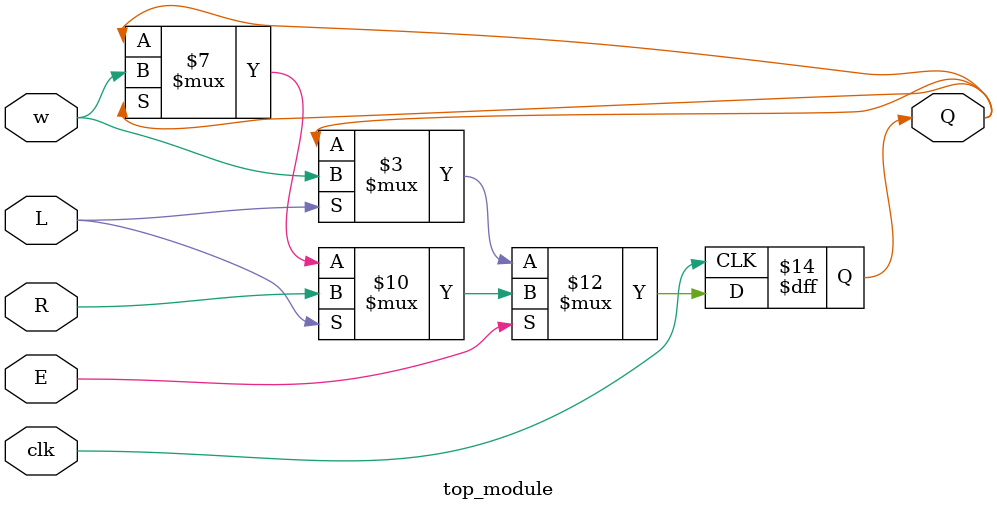
<source format=sv>
module top_module (
    input clk,
    input w,
    input R,
    input E,
    input L,
    output reg Q
);

always @(posedge clk) begin
    if (E) begin
        if (L)
            Q <= R;
        else if (Q == 1'b1)
            Q <= w;
        else
            Q <= Q;
    end
    else if (L)
        Q <= w;
end

endmodule

</source>
